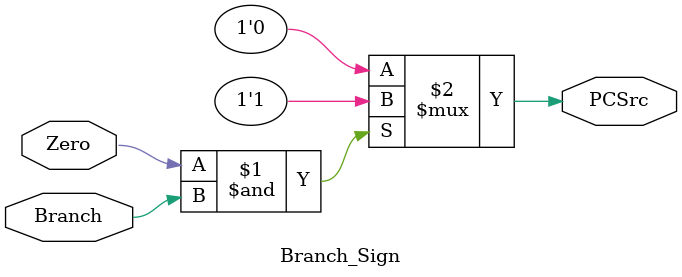
<source format=v>
module Branch_Sign(Branch,Zero,PCSrc);

    input Branch,Zero;
    output PCSrc;

    assign PCSrc = ((Zero) & (Branch)) ? 1'b1 : 1'b0; 

endmodule
</source>
